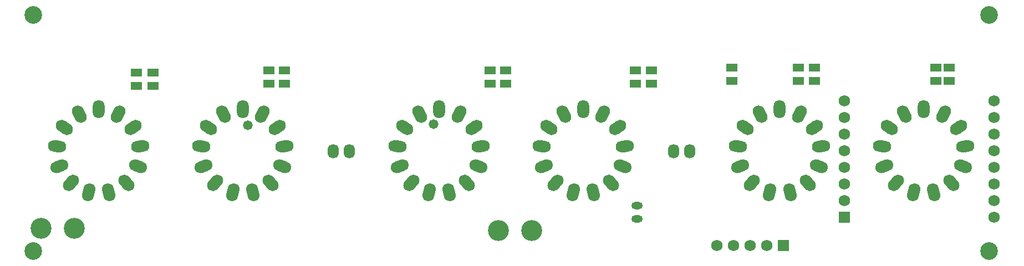
<source format=gts>
G04 Layer_Color=8388736*
%FSLAX44Y44*%
%MOMM*%
G71*
G01*
G75*
%ADD48R,1.6532X1.3032*%
%ADD49O,1.7032X2.2032*%
%ADD50C,3.2032*%
%ADD51O,1.7272X1.1032*%
%ADD52R,1.7272X1.7272*%
%ADD53C,1.7272*%
%ADD54R,1.7272X1.7272*%
G04:AMPARAMS|DCode=55|XSize=1.8032mm|YSize=2.8032mm|CornerRadius=0mm|HoleSize=0mm|Usage=FLASHONLY|Rotation=138.462|XOffset=0mm|YOffset=0mm|HoleType=Round|Shape=Round|*
%AMOVALD55*
21,1,1.0000,1.8032,0.0000,0.0000,228.5*
1,1,1.8032,0.3316,0.3743*
1,1,1.8032,-0.3316,-0.3743*
%
%ADD55OVALD55*%

%ADD56O,1.8032X2.8032*%
G04:AMPARAMS|DCode=57|XSize=1.8032mm|YSize=2.8032mm|CornerRadius=0mm|HoleSize=0mm|Usage=FLASHONLY|Rotation=27.692|XOffset=0mm|YOffset=0mm|HoleType=Round|Shape=Round|*
%AMOVALD57*
21,1,1.0000,1.8032,0.0000,0.0000,117.7*
1,1,1.8032,0.2324,-0.4427*
1,1,1.8032,-0.2324,0.4427*
%
%ADD57OVALD57*%

G04:AMPARAMS|DCode=58|XSize=1.8032mm|YSize=2.8032mm|CornerRadius=0mm|HoleSize=0mm|Usage=FLASHONLY|Rotation=55.385|XOffset=0mm|YOffset=0mm|HoleType=Round|Shape=Round|*
%AMOVALD58*
21,1,1.0000,1.8032,0.0000,0.0000,145.4*
1,1,1.8032,0.4115,-0.2840*
1,1,1.8032,-0.4115,0.2840*
%
%ADD58OVALD58*%

G04:AMPARAMS|DCode=59|XSize=1.8032mm|YSize=2.8032mm|CornerRadius=0mm|HoleSize=0mm|Usage=FLASHONLY|Rotation=83.077|XOffset=0mm|YOffset=0mm|HoleType=Round|Shape=Round|*
%AMOVALD59*
21,1,1.0000,1.8032,0.0000,0.0000,173.1*
1,1,1.8032,0.4964,-0.0603*
1,1,1.8032,-0.4964,0.0603*
%
%ADD59OVALD59*%

G04:AMPARAMS|DCode=60|XSize=1.8032mm|YSize=2.8032mm|CornerRadius=0mm|HoleSize=0mm|Usage=FLASHONLY|Rotation=110.769|XOffset=0mm|YOffset=0mm|HoleType=Round|Shape=Round|*
%AMOVALD60*
21,1,1.0000,1.8032,0.0000,0.0000,200.8*
1,1,1.8032,0.4675,0.1773*
1,1,1.8032,-0.4675,-0.1773*
%
%ADD60OVALD60*%

G04:AMPARAMS|DCode=61|XSize=1.8032mm|YSize=2.8032mm|CornerRadius=0mm|HoleSize=0mm|Usage=FLASHONLY|Rotation=166.154|XOffset=0mm|YOffset=0mm|HoleType=Round|Shape=Round|*
%AMOVALD61*
21,1,1.0000,1.8032,0.0000,0.0000,256.2*
1,1,1.8032,0.1197,0.4855*
1,1,1.8032,-0.1197,-0.4855*
%
%ADD61OVALD61*%

G04:AMPARAMS|DCode=62|XSize=1.8032mm|YSize=2.8032mm|CornerRadius=0mm|HoleSize=0mm|Usage=FLASHONLY|Rotation=193.846|XOffset=0mm|YOffset=0mm|HoleType=Round|Shape=Round|*
%AMOVALD62*
21,1,1.0000,1.8032,0.0000,0.0000,283.8*
1,1,1.8032,-0.1197,0.4855*
1,1,1.8032,0.1197,-0.4855*
%
%ADD62OVALD62*%

G04:AMPARAMS|DCode=63|XSize=1.8032mm|YSize=2.8032mm|CornerRadius=0mm|HoleSize=0mm|Usage=FLASHONLY|Rotation=221.538|XOffset=0mm|YOffset=0mm|HoleType=Round|Shape=Round|*
%AMOVALD63*
21,1,1.0000,1.8032,0.0000,0.0000,311.5*
1,1,1.8032,-0.3316,0.3743*
1,1,1.8032,0.3316,-0.3743*
%
%ADD63OVALD63*%

G04:AMPARAMS|DCode=64|XSize=1.8032mm|YSize=2.8032mm|CornerRadius=0mm|HoleSize=0mm|Usage=FLASHONLY|Rotation=249.231|XOffset=0mm|YOffset=0mm|HoleType=Round|Shape=Round|*
%AMOVALD64*
21,1,1.0000,1.8032,0.0000,0.0000,339.2*
1,1,1.8032,-0.4675,0.1773*
1,1,1.8032,0.4675,-0.1773*
%
%ADD64OVALD64*%

G04:AMPARAMS|DCode=65|XSize=1.8032mm|YSize=2.8032mm|CornerRadius=0mm|HoleSize=0mm|Usage=FLASHONLY|Rotation=276.923|XOffset=0mm|YOffset=0mm|HoleType=Round|Shape=Round|*
%AMOVALD65*
21,1,1.0000,1.8032,0.0000,0.0000,6.9*
1,1,1.8032,-0.4964,-0.0603*
1,1,1.8032,0.4964,0.0603*
%
%ADD65OVALD65*%

G04:AMPARAMS|DCode=66|XSize=1.8032mm|YSize=2.8032mm|CornerRadius=0mm|HoleSize=0mm|Usage=FLASHONLY|Rotation=304.615|XOffset=0mm|YOffset=0mm|HoleType=Round|Shape=Round|*
%AMOVALD66*
21,1,1.0000,1.8032,0.0000,0.0000,34.6*
1,1,1.8032,-0.4115,-0.2840*
1,1,1.8032,0.4115,0.2840*
%
%ADD66OVALD66*%

G04:AMPARAMS|DCode=67|XSize=1.8032mm|YSize=2.8032mm|CornerRadius=0mm|HoleSize=0mm|Usage=FLASHONLY|Rotation=332.308|XOffset=0mm|YOffset=0mm|HoleType=Round|Shape=Round|*
%AMOVALD67*
21,1,1.0000,1.8032,0.0000,0.0000,62.3*
1,1,1.8032,-0.2324,-0.4427*
1,1,1.8032,0.2324,0.4427*
%
%ADD67OVALD67*%

%ADD68C,1.4732*%
%ADD69C,2.7032*%
D48*
X403860Y275750D02*
D03*
Y295750D02*
D03*
X379730Y275750D02*
D03*
Y295750D02*
D03*
X1418590Y279560D02*
D03*
Y299560D02*
D03*
X1212850D02*
D03*
Y279560D02*
D03*
X963930Y275750D02*
D03*
Y295750D02*
D03*
X741680D02*
D03*
Y275750D02*
D03*
X203200Y271940D02*
D03*
Y291940D02*
D03*
X1087120Y299560D02*
D03*
Y279560D02*
D03*
X1398270Y299560D02*
D03*
Y279560D02*
D03*
X1188720D02*
D03*
Y299560D02*
D03*
X939800Y295750D02*
D03*
Y275750D02*
D03*
X717550D02*
D03*
Y295750D02*
D03*
X177800Y291940D02*
D03*
Y271940D02*
D03*
D49*
X502250Y172060D02*
D03*
X477750D02*
D03*
X1022250D02*
D03*
X997750D02*
D03*
D50*
X31750Y54610D02*
D03*
X82550D02*
D03*
X730250Y50800D02*
D03*
X781050D02*
D03*
D51*
X942340Y68740D02*
D03*
Y88740D02*
D03*
D52*
X1165860Y27940D02*
D03*
D53*
X1140460D02*
D03*
X1115060D02*
D03*
X1089660D02*
D03*
X1064260D02*
D03*
X1487170Y71120D02*
D03*
Y248920D02*
D03*
Y223520D02*
D03*
Y96520D02*
D03*
Y121920D02*
D03*
Y147320D02*
D03*
Y172720D02*
D03*
Y198120D02*
D03*
X1258570Y96520D02*
D03*
Y121920D02*
D03*
Y147320D02*
D03*
Y172720D02*
D03*
Y198120D02*
D03*
Y223520D02*
D03*
Y248920D02*
D03*
D54*
Y71120D02*
D03*
D55*
X1337533Y124120D02*
D03*
X1117533D02*
D03*
X817533D02*
D03*
X597533D02*
D03*
X297533D02*
D03*
X77533D02*
D03*
D56*
X1380000Y236560D02*
D03*
X1160000D02*
D03*
X860000D02*
D03*
X640000D02*
D03*
X340000D02*
D03*
X120000D02*
D03*
D57*
X1350059Y229123D02*
D03*
X1130059D02*
D03*
X830059D02*
D03*
X610059D02*
D03*
X310059D02*
D03*
X90059D02*
D03*
D58*
X1327214Y208497D02*
D03*
X1107214D02*
D03*
X807214D02*
D03*
X587214D02*
D03*
X287214D02*
D03*
X67214D02*
D03*
D59*
X1316551Y179750D02*
D03*
X1096551D02*
D03*
X796551D02*
D03*
X576551D02*
D03*
X276551D02*
D03*
X56551D02*
D03*
D60*
X1319872Y149255D02*
D03*
X1099872D02*
D03*
X799872D02*
D03*
X579872D02*
D03*
X279872D02*
D03*
X59872D02*
D03*
D61*
X1364653Y109757D02*
D03*
X1144653D02*
D03*
X844653D02*
D03*
X624653D02*
D03*
X324653D02*
D03*
X104653D02*
D03*
D62*
X1395404Y109525D02*
D03*
X1175404D02*
D03*
X875404D02*
D03*
X655404D02*
D03*
X355404D02*
D03*
X135404D02*
D03*
D63*
X1422467Y124120D02*
D03*
X1202467D02*
D03*
X902467D02*
D03*
X682467D02*
D03*
X382467D02*
D03*
X162467D02*
D03*
D64*
X1440128Y149255D02*
D03*
X1220128D02*
D03*
X920128D02*
D03*
X700128D02*
D03*
X400128D02*
D03*
X180128D02*
D03*
D65*
X1443449Y179750D02*
D03*
X1223449D02*
D03*
X923449D02*
D03*
X703449D02*
D03*
X403449D02*
D03*
X183449D02*
D03*
D66*
X1432786Y208497D02*
D03*
X1212786D02*
D03*
X912786D02*
D03*
X692786D02*
D03*
X392786D02*
D03*
X172786D02*
D03*
D67*
X1409941Y229123D02*
D03*
X1189941D02*
D03*
X889941D02*
D03*
X669941D02*
D03*
X369941D02*
D03*
X149941D02*
D03*
D68*
X347980Y212090D02*
D03*
X631190Y213360D02*
D03*
D69*
X1480000Y20000D02*
D03*
Y380000D02*
D03*
X20000D02*
D03*
Y20000D02*
D03*
M02*

</source>
